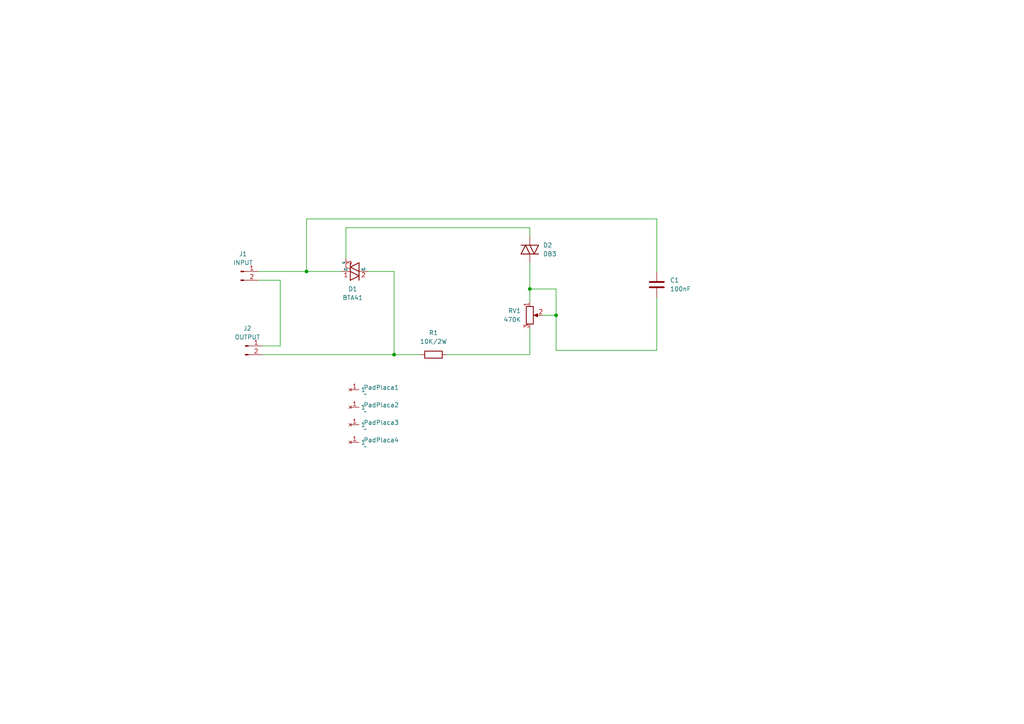
<source format=kicad_sch>
(kicad_sch
	(version 20250114)
	(generator "eeschema")
	(generator_version "9.0")
	(uuid "421c5afb-8827-4e9f-b019-cfdefd16087e")
	(paper "A4")
	(title_block
		(title "Regulador potencia")
		(date "2025-12-17")
		(rev "1.0")
		(company "Kits de electronica")
	)
	(lib_symbols
		(symbol "Connector:Conn_01x02_Pin"
			(pin_names
				(offset 1.016)
				(hide yes)
			)
			(exclude_from_sim no)
			(in_bom yes)
			(on_board yes)
			(property "Reference" "J"
				(at 0 2.54 0)
				(effects
					(font
						(size 1.27 1.27)
					)
				)
			)
			(property "Value" "Conn_01x02_Pin"
				(at 0 -5.08 0)
				(effects
					(font
						(size 1.27 1.27)
					)
				)
			)
			(property "Footprint" ""
				(at 0 0 0)
				(effects
					(font
						(size 1.27 1.27)
					)
					(hide yes)
				)
			)
			(property "Datasheet" "~"
				(at 0 0 0)
				(effects
					(font
						(size 1.27 1.27)
					)
					(hide yes)
				)
			)
			(property "Description" "Generic connector, single row, 01x02, script generated"
				(at 0 0 0)
				(effects
					(font
						(size 1.27 1.27)
					)
					(hide yes)
				)
			)
			(property "ki_locked" ""
				(at 0 0 0)
				(effects
					(font
						(size 1.27 1.27)
					)
				)
			)
			(property "ki_keywords" "connector"
				(at 0 0 0)
				(effects
					(font
						(size 1.27 1.27)
					)
					(hide yes)
				)
			)
			(property "ki_fp_filters" "Connector*:*_1x??_*"
				(at 0 0 0)
				(effects
					(font
						(size 1.27 1.27)
					)
					(hide yes)
				)
			)
			(symbol "Conn_01x02_Pin_1_1"
				(rectangle
					(start 0.8636 0.127)
					(end 0 -0.127)
					(stroke
						(width 0.1524)
						(type default)
					)
					(fill
						(type outline)
					)
				)
				(rectangle
					(start 0.8636 -2.413)
					(end 0 -2.667)
					(stroke
						(width 0.1524)
						(type default)
					)
					(fill
						(type outline)
					)
				)
				(polyline
					(pts
						(xy 1.27 0) (xy 0.8636 0)
					)
					(stroke
						(width 0.1524)
						(type default)
					)
					(fill
						(type none)
					)
				)
				(polyline
					(pts
						(xy 1.27 -2.54) (xy 0.8636 -2.54)
					)
					(stroke
						(width 0.1524)
						(type default)
					)
					(fill
						(type none)
					)
				)
				(pin passive line
					(at 5.08 0 180)
					(length 3.81)
					(name "Pin_1"
						(effects
							(font
								(size 1.27 1.27)
							)
						)
					)
					(number "1"
						(effects
							(font
								(size 1.27 1.27)
							)
						)
					)
				)
				(pin passive line
					(at 5.08 -2.54 180)
					(length 3.81)
					(name "Pin_2"
						(effects
							(font
								(size 1.27 1.27)
							)
						)
					)
					(number "2"
						(effects
							(font
								(size 1.27 1.27)
							)
						)
					)
				)
			)
			(embedded_fonts no)
		)
		(symbol "Device:C"
			(pin_numbers
				(hide yes)
			)
			(pin_names
				(offset 0.254)
			)
			(exclude_from_sim no)
			(in_bom yes)
			(on_board yes)
			(property "Reference" "C"
				(at 0.635 2.54 0)
				(effects
					(font
						(size 1.27 1.27)
					)
					(justify left)
				)
			)
			(property "Value" "C"
				(at 0.635 -2.54 0)
				(effects
					(font
						(size 1.27 1.27)
					)
					(justify left)
				)
			)
			(property "Footprint" ""
				(at 0.9652 -3.81 0)
				(effects
					(font
						(size 1.27 1.27)
					)
					(hide yes)
				)
			)
			(property "Datasheet" "~"
				(at 0 0 0)
				(effects
					(font
						(size 1.27 1.27)
					)
					(hide yes)
				)
			)
			(property "Description" "Unpolarized capacitor"
				(at 0 0 0)
				(effects
					(font
						(size 1.27 1.27)
					)
					(hide yes)
				)
			)
			(property "ki_keywords" "cap capacitor"
				(at 0 0 0)
				(effects
					(font
						(size 1.27 1.27)
					)
					(hide yes)
				)
			)
			(property "ki_fp_filters" "C_*"
				(at 0 0 0)
				(effects
					(font
						(size 1.27 1.27)
					)
					(hide yes)
				)
			)
			(symbol "C_0_1"
				(polyline
					(pts
						(xy -2.032 0.762) (xy 2.032 0.762)
					)
					(stroke
						(width 0.508)
						(type default)
					)
					(fill
						(type none)
					)
				)
				(polyline
					(pts
						(xy -2.032 -0.762) (xy 2.032 -0.762)
					)
					(stroke
						(width 0.508)
						(type default)
					)
					(fill
						(type none)
					)
				)
			)
			(symbol "C_1_1"
				(pin passive line
					(at 0 3.81 270)
					(length 2.794)
					(name "~"
						(effects
							(font
								(size 1.27 1.27)
							)
						)
					)
					(number "1"
						(effects
							(font
								(size 1.27 1.27)
							)
						)
					)
				)
				(pin passive line
					(at 0 -3.81 90)
					(length 2.794)
					(name "~"
						(effects
							(font
								(size 1.27 1.27)
							)
						)
					)
					(number "2"
						(effects
							(font
								(size 1.27 1.27)
							)
						)
					)
				)
			)
			(embedded_fonts no)
		)
		(symbol "Device:R"
			(pin_numbers
				(hide yes)
			)
			(pin_names
				(offset 0)
			)
			(exclude_from_sim no)
			(in_bom yes)
			(on_board yes)
			(property "Reference" "R"
				(at 2.032 0 90)
				(effects
					(font
						(size 1.27 1.27)
					)
				)
			)
			(property "Value" "R"
				(at 0 0 90)
				(effects
					(font
						(size 1.27 1.27)
					)
				)
			)
			(property "Footprint" ""
				(at -1.778 0 90)
				(effects
					(font
						(size 1.27 1.27)
					)
					(hide yes)
				)
			)
			(property "Datasheet" "~"
				(at 0 0 0)
				(effects
					(font
						(size 1.27 1.27)
					)
					(hide yes)
				)
			)
			(property "Description" "Resistor"
				(at 0 0 0)
				(effects
					(font
						(size 1.27 1.27)
					)
					(hide yes)
				)
			)
			(property "ki_keywords" "R res resistor"
				(at 0 0 0)
				(effects
					(font
						(size 1.27 1.27)
					)
					(hide yes)
				)
			)
			(property "ki_fp_filters" "R_*"
				(at 0 0 0)
				(effects
					(font
						(size 1.27 1.27)
					)
					(hide yes)
				)
			)
			(symbol "R_0_1"
				(rectangle
					(start -1.016 -2.54)
					(end 1.016 2.54)
					(stroke
						(width 0.254)
						(type default)
					)
					(fill
						(type none)
					)
				)
			)
			(symbol "R_1_1"
				(pin passive line
					(at 0 3.81 270)
					(length 1.27)
					(name "~"
						(effects
							(font
								(size 1.27 1.27)
							)
						)
					)
					(number "1"
						(effects
							(font
								(size 1.27 1.27)
							)
						)
					)
				)
				(pin passive line
					(at 0 -3.81 90)
					(length 1.27)
					(name "~"
						(effects
							(font
								(size 1.27 1.27)
							)
						)
					)
					(number "2"
						(effects
							(font
								(size 1.27 1.27)
							)
						)
					)
				)
			)
			(embedded_fonts no)
		)
		(symbol "Device:R_Potentiometer"
			(pin_names
				(offset 1.016)
				(hide yes)
			)
			(exclude_from_sim no)
			(in_bom yes)
			(on_board yes)
			(property "Reference" "RV"
				(at -4.445 0 90)
				(effects
					(font
						(size 1.27 1.27)
					)
				)
			)
			(property "Value" "R_Potentiometer"
				(at -2.54 0 90)
				(effects
					(font
						(size 1.27 1.27)
					)
				)
			)
			(property "Footprint" ""
				(at 0 0 0)
				(effects
					(font
						(size 1.27 1.27)
					)
					(hide yes)
				)
			)
			(property "Datasheet" "~"
				(at 0 0 0)
				(effects
					(font
						(size 1.27 1.27)
					)
					(hide yes)
				)
			)
			(property "Description" "Potentiometer"
				(at 0 0 0)
				(effects
					(font
						(size 1.27 1.27)
					)
					(hide yes)
				)
			)
			(property "ki_keywords" "resistor variable"
				(at 0 0 0)
				(effects
					(font
						(size 1.27 1.27)
					)
					(hide yes)
				)
			)
			(property "ki_fp_filters" "Potentiometer*"
				(at 0 0 0)
				(effects
					(font
						(size 1.27 1.27)
					)
					(hide yes)
				)
			)
			(symbol "R_Potentiometer_0_1"
				(rectangle
					(start 1.016 2.54)
					(end -1.016 -2.54)
					(stroke
						(width 0.254)
						(type default)
					)
					(fill
						(type none)
					)
				)
				(polyline
					(pts
						(xy 1.143 0) (xy 2.286 0.508) (xy 2.286 -0.508) (xy 1.143 0)
					)
					(stroke
						(width 0)
						(type default)
					)
					(fill
						(type outline)
					)
				)
				(polyline
					(pts
						(xy 2.54 0) (xy 1.524 0)
					)
					(stroke
						(width 0)
						(type default)
					)
					(fill
						(type none)
					)
				)
			)
			(symbol "R_Potentiometer_1_1"
				(pin passive line
					(at 0 3.81 270)
					(length 1.27)
					(name "1"
						(effects
							(font
								(size 1.27 1.27)
							)
						)
					)
					(number "1"
						(effects
							(font
								(size 1.27 1.27)
							)
						)
					)
				)
				(pin passive line
					(at 0 -3.81 90)
					(length 1.27)
					(name "3"
						(effects
							(font
								(size 1.27 1.27)
							)
						)
					)
					(number "3"
						(effects
							(font
								(size 1.27 1.27)
							)
						)
					)
				)
				(pin passive line
					(at 3.81 0 180)
					(length 1.27)
					(name "2"
						(effects
							(font
								(size 1.27 1.27)
							)
						)
					)
					(number "2"
						(effects
							(font
								(size 1.27 1.27)
							)
						)
					)
				)
			)
			(embedded_fonts no)
		)
		(symbol "Diode:DB3"
			(pin_numbers
				(hide yes)
			)
			(pin_names
				(offset 1.016)
				(hide yes)
			)
			(exclude_from_sim no)
			(in_bom yes)
			(on_board yes)
			(property "Reference" "D"
				(at 0 3.81 0)
				(effects
					(font
						(size 1.27 1.27)
					)
				)
			)
			(property "Value" "DB3"
				(at 0 -3.81 0)
				(effects
					(font
						(size 1.27 1.27)
					)
				)
			)
			(property "Footprint" "Diode_THT:D_DO-35_SOD27_P7.62mm_Horizontal"
				(at 0 -5.715 0)
				(effects
					(font
						(size 1.27 1.27)
					)
					(hide yes)
				)
			)
			(property "Datasheet" "http://cdn-reichelt.de/documents/datenblatt/A100/DB%203%23st.pdf"
				(at 0 0 0)
				(effects
					(font
						(size 1.27 1.27)
					)
					(hide yes)
				)
			)
			(property "Description" "32V 2A Bidirectional trigger diode, DO-35"
				(at 0 0 0)
				(effects
					(font
						(size 1.27 1.27)
					)
					(hide yes)
				)
			)
			(property "ki_keywords" "AC diode DIAC"
				(at 0 0 0)
				(effects
					(font
						(size 1.27 1.27)
					)
					(hide yes)
				)
			)
			(property "ki_fp_filters" "D*DO?35*"
				(at 0 0 0)
				(effects
					(font
						(size 1.27 1.27)
					)
					(hide yes)
				)
			)
			(symbol "DB3_0_1"
				(polyline
					(pts
						(xy -1.27 2.54) (xy -1.27 0) (xy 1.27 1.27) (xy -1.27 2.54)
					)
					(stroke
						(width 0.254)
						(type default)
					)
					(fill
						(type none)
					)
				)
				(polyline
					(pts
						(xy -1.27 0) (xy -1.27 -2.54)
					)
					(stroke
						(width 0.254)
						(type default)
					)
					(fill
						(type none)
					)
				)
				(polyline
					(pts
						(xy 1.27 2.54) (xy 1.27 0)
					)
					(stroke
						(width 0.254)
						(type default)
					)
					(fill
						(type none)
					)
				)
				(polyline
					(pts
						(xy 1.27 0) (xy 1.27 -2.54) (xy -1.27 -1.27) (xy 1.27 0)
					)
					(stroke
						(width 0.254)
						(type default)
					)
					(fill
						(type none)
					)
				)
			)
			(symbol "DB3_1_1"
				(pin passive line
					(at -3.81 0 0)
					(length 2.54)
					(name "K"
						(effects
							(font
								(size 1.27 1.27)
							)
						)
					)
					(number "1"
						(effects
							(font
								(size 1.27 1.27)
							)
						)
					)
				)
				(pin passive line
					(at 3.81 0 180)
					(length 2.54)
					(name "A"
						(effects
							(font
								(size 1.27 1.27)
							)
						)
					)
					(number "2"
						(effects
							(font
								(size 1.27 1.27)
							)
						)
					)
				)
			)
			(embedded_fonts no)
		)
		(symbol "missimbolos:JST41Z-800"
			(pin_names
				(offset 0)
			)
			(exclude_from_sim no)
			(in_bom yes)
			(on_board yes)
			(property "Reference" "D"
				(at 3.175 0.635 0)
				(effects
					(font
						(size 1.27 1.27)
					)
					(justify left)
				)
			)
			(property "Value" "JST41Z-800"
				(at 3.175 -1.27 0)
				(effects
					(font
						(size 1.27 1.27)
					)
					(justify left)
				)
			)
			(property "Footprint" ""
				(at 1.905 0.635 90)
				(effects
					(font
						(size 1.27 1.27)
					)
					(hide yes)
				)
			)
			(property "Datasheet" "~"
				(at 0 0 90)
				(effects
					(font
						(size 1.27 1.27)
					)
					(hide yes)
				)
			)
			(property "Description" "Triode for alternating current, anode1/anode2/gate"
				(at 0 0 0)
				(effects
					(font
						(size 1.27 1.27)
					)
					(hide yes)
				)
			)
			(property "ki_keywords" "TRIAC"
				(at 0 0 0)
				(effects
					(font
						(size 1.27 1.27)
					)
					(hide yes)
				)
			)
			(symbol "JST41Z-800_0_1"
				(polyline
					(pts
						(xy -2.54 1.27) (xy 2.54 1.27)
					)
					(stroke
						(width 0.254)
						(type default)
					)
					(fill
						(type none)
					)
				)
				(polyline
					(pts
						(xy -2.54 1.27) (xy -1.27 -1.27) (xy 0 1.27)
					)
					(stroke
						(width 0.254)
						(type default)
					)
					(fill
						(type none)
					)
				)
				(polyline
					(pts
						(xy -2.54 -1.27) (xy 2.54 -1.27)
					)
					(stroke
						(width 0.254)
						(type default)
					)
					(fill
						(type none)
					)
				)
				(polyline
					(pts
						(xy -1.27 -2.54) (xy -0.635 -1.27)
					)
					(stroke
						(width 0)
						(type default)
					)
					(fill
						(type none)
					)
				)
				(polyline
					(pts
						(xy 0 -1.27) (xy 1.27 1.27) (xy 2.54 -1.27)
					)
					(stroke
						(width 0.254)
						(type default)
					)
					(fill
						(type none)
					)
				)
			)
			(symbol "JST41Z-800_1_1"
				(pin input line
					(at -3.81 -2.54 0)
					(length 2.54)
					(name "G"
						(effects
							(font
								(size 0.635 0.635)
							)
						)
					)
					(number "3"
						(effects
							(font
								(size 1.27 1.27)
							)
						)
					)
				)
				(pin passive line
					(at 0 3.81 270)
					(length 2.54)
					(name "A2"
						(effects
							(font
								(size 0.635 0.635)
							)
						)
					)
					(number "2"
						(effects
							(font
								(size 1.27 1.27)
							)
						)
					)
				)
				(pin passive line
					(at 0 -3.81 90)
					(length 2.54)
					(name "A1"
						(effects
							(font
								(size 0.635 0.635)
							)
						)
					)
					(number "1"
						(effects
							(font
								(size 1.27 1.27)
							)
						)
					)
				)
			)
			(embedded_fonts no)
		)
		(symbol "missimbolos:Pad"
			(exclude_from_sim no)
			(in_bom yes)
			(on_board yes)
			(property "Reference" "PadPlaca"
				(at 0 0 0)
				(effects
					(font
						(size 1.27 1.27)
					)
				)
			)
			(property "Value" ""
				(at 0 0 0)
				(effects
					(font
						(size 1.27 1.27)
					)
				)
			)
			(property "Footprint" ""
				(at 0 0 0)
				(effects
					(font
						(size 1.27 1.27)
					)
					(hide yes)
				)
			)
			(property "Datasheet" ""
				(at 0 0 0)
				(effects
					(font
						(size 1.27 1.27)
					)
					(hide yes)
				)
			)
			(property "Description" ""
				(at 0 0 0)
				(effects
					(font
						(size 1.27 1.27)
					)
					(hide yes)
				)
			)
			(symbol "Pad_1_1"
				(pin no_connect line
					(at 0 -1.27 0)
					(length 2.54)
					(name "1"
						(effects
							(font
								(size 1.27 1.27)
							)
						)
					)
					(number "1"
						(effects
							(font
								(size 1.27 1.27)
							)
						)
					)
				)
			)
			(embedded_fonts no)
		)
	)
	(junction
		(at 153.67 83.82)
		(diameter 0)
		(color 0 0 0 0)
		(uuid "1f924da1-9b94-4a17-8297-281823b838ca")
	)
	(junction
		(at 114.3 102.87)
		(diameter 0)
		(color 0 0 0 0)
		(uuid "254d7290-d521-4bfe-a234-af87b84ec8c4")
	)
	(junction
		(at 161.29 91.44)
		(diameter 0)
		(color 0 0 0 0)
		(uuid "ea4c9fd8-0768-4320-9717-4dfa07b6f888")
	)
	(junction
		(at 88.9 78.74)
		(diameter 0)
		(color 0 0 0 0)
		(uuid "fce83670-de04-4f2c-b899-9a2a8366d1db")
	)
	(wire
		(pts
			(xy 76.2 100.33) (xy 81.28 100.33)
		)
		(stroke
			(width 0)
			(type default)
		)
		(uuid "0d6b5f99-b0dd-4cad-95b0-e97e6a577e58")
	)
	(wire
		(pts
			(xy 129.54 102.87) (xy 153.67 102.87)
		)
		(stroke
			(width 0)
			(type default)
		)
		(uuid "1a32afc6-459e-4290-87f1-cdb612cf972b")
	)
	(wire
		(pts
			(xy 190.5 78.74) (xy 190.5 63.5)
		)
		(stroke
			(width 0)
			(type default)
		)
		(uuid "1b9629b0-c29f-42b4-8cf8-e2a9de772810")
	)
	(wire
		(pts
			(xy 81.28 100.33) (xy 81.28 81.28)
		)
		(stroke
			(width 0)
			(type default)
		)
		(uuid "1d2680f3-2bc6-4094-ab6c-bf452907388f")
	)
	(wire
		(pts
			(xy 153.67 102.87) (xy 153.67 95.25)
		)
		(stroke
			(width 0)
			(type default)
		)
		(uuid "22f61fda-522c-4b39-81be-2116770fee54")
	)
	(wire
		(pts
			(xy 100.33 66.04) (xy 153.67 66.04)
		)
		(stroke
			(width 0)
			(type default)
		)
		(uuid "2bbc213a-2bc6-482d-9862-20fc4c46836d")
	)
	(wire
		(pts
			(xy 114.3 78.74) (xy 114.3 102.87)
		)
		(stroke
			(width 0)
			(type default)
		)
		(uuid "2d9ef55d-04a1-40fe-a43f-4fd4d98bc9e0")
	)
	(wire
		(pts
			(xy 153.67 76.2) (xy 153.67 83.82)
		)
		(stroke
			(width 0)
			(type default)
		)
		(uuid "46476582-f2af-4070-b4cf-aa1941680303")
	)
	(wire
		(pts
			(xy 153.67 83.82) (xy 161.29 83.82)
		)
		(stroke
			(width 0)
			(type default)
		)
		(uuid "54e350de-7351-4fe0-9bcc-f23041ad432d")
	)
	(wire
		(pts
			(xy 106.68 78.74) (xy 114.3 78.74)
		)
		(stroke
			(width 0)
			(type default)
		)
		(uuid "55336298-90e8-4832-ae92-38e393816047")
	)
	(wire
		(pts
			(xy 161.29 101.6) (xy 190.5 101.6)
		)
		(stroke
			(width 0)
			(type default)
		)
		(uuid "586f2bdf-11b4-44ff-89f0-e2d0fe49e324")
	)
	(wire
		(pts
			(xy 76.2 102.87) (xy 114.3 102.87)
		)
		(stroke
			(width 0)
			(type default)
		)
		(uuid "5de99fa3-aa51-4942-9b4f-dfbaea52321f")
	)
	(wire
		(pts
			(xy 190.5 101.6) (xy 190.5 86.36)
		)
		(stroke
			(width 0)
			(type default)
		)
		(uuid "68eec0af-d5fb-44a7-b395-0f7d0b635ecb")
	)
	(wire
		(pts
			(xy 161.29 91.44) (xy 157.48 91.44)
		)
		(stroke
			(width 0)
			(type default)
		)
		(uuid "71b635bf-6345-4a2b-8abc-3b945d5f22b4")
	)
	(wire
		(pts
			(xy 100.33 74.93) (xy 100.33 66.04)
		)
		(stroke
			(width 0)
			(type default)
		)
		(uuid "76d55e7f-5e78-448b-b918-00be21779bd2")
	)
	(wire
		(pts
			(xy 161.29 83.82) (xy 161.29 91.44)
		)
		(stroke
			(width 0)
			(type default)
		)
		(uuid "77573ee2-b408-4367-937b-c834624bc7f9")
	)
	(wire
		(pts
			(xy 153.67 66.04) (xy 153.67 68.58)
		)
		(stroke
			(width 0)
			(type default)
		)
		(uuid "8310092c-f895-4c2c-8683-888f5601bcd6")
	)
	(wire
		(pts
			(xy 153.67 83.82) (xy 153.67 87.63)
		)
		(stroke
			(width 0)
			(type default)
		)
		(uuid "880d35f7-519a-4b9c-aa04-90430658a261")
	)
	(wire
		(pts
			(xy 190.5 63.5) (xy 88.9 63.5)
		)
		(stroke
			(width 0)
			(type default)
		)
		(uuid "91793ec2-de8f-4567-bd53-506dd789e7b2")
	)
	(wire
		(pts
			(xy 74.93 78.74) (xy 88.9 78.74)
		)
		(stroke
			(width 0)
			(type default)
		)
		(uuid "a1a4e801-9cad-40e5-b75f-79957d8b131e")
	)
	(wire
		(pts
			(xy 81.28 81.28) (xy 74.93 81.28)
		)
		(stroke
			(width 0)
			(type default)
		)
		(uuid "a6e51838-c9a0-4094-8f46-fbb6cd63c24a")
	)
	(wire
		(pts
			(xy 161.29 91.44) (xy 161.29 101.6)
		)
		(stroke
			(width 0)
			(type default)
		)
		(uuid "c5098dd4-0c24-4d3a-a4f3-0db41eb002b9")
	)
	(wire
		(pts
			(xy 88.9 78.74) (xy 99.06 78.74)
		)
		(stroke
			(width 0)
			(type default)
		)
		(uuid "c93db423-8249-440e-b982-0d15a73c4422")
	)
	(wire
		(pts
			(xy 88.9 63.5) (xy 88.9 78.74)
		)
		(stroke
			(width 0)
			(type default)
		)
		(uuid "e16f916b-a2a6-49c0-aaba-6859b3227d3c")
	)
	(wire
		(pts
			(xy 114.3 102.87) (xy 121.92 102.87)
		)
		(stroke
			(width 0)
			(type default)
		)
		(uuid "ee5b184e-afc3-4eae-99c0-77983a5c646d")
	)
	(symbol
		(lib_id "Device:R_Potentiometer")
		(at 153.67 91.44 0)
		(unit 1)
		(exclude_from_sim no)
		(in_bom yes)
		(on_board yes)
		(dnp no)
		(fields_autoplaced yes)
		(uuid "018e0caa-510e-408a-9868-fb76a36be179")
		(property "Reference" "RV1"
			(at 151.13 90.1699 0)
			(effects
				(font
					(size 1.27 1.27)
				)
				(justify right)
			)
		)
		(property "Value" "470K"
			(at 151.13 92.7099 0)
			(effects
				(font
					(size 1.27 1.27)
				)
				(justify right)
			)
		)
		(property "Footprint" "Conectores_screw:PhoenixContact_MKDS_1,5_3-19325191-1x03_P3.50mm"
			(at 153.67 91.44 0)
			(effects
				(font
					(size 1.27 1.27)
				)
				(hide yes)
			)
		)
		(property "Datasheet" "~"
			(at 153.67 91.44 0)
			(effects
				(font
					(size 1.27 1.27)
				)
				(hide yes)
			)
		)
		(property "Description" "Potentiometer"
			(at 153.67 91.44 0)
			(effects
				(font
					(size 1.27 1.27)
				)
				(hide yes)
			)
		)
		(pin "3"
			(uuid "72d8c09c-2193-4a6f-bf20-3308f6235530")
		)
		(pin "1"
			(uuid "9de65422-2c0f-4183-a92c-0d0a8687b471")
		)
		(pin "2"
			(uuid "89dfd56d-561d-4db4-b625-987573f9d7bf")
		)
		(instances
			(project ""
				(path "/421c5afb-8827-4e9f-b019-cfdefd16087e"
					(reference "RV1")
					(unit 1)
				)
			)
		)
	)
	(symbol
		(lib_id "Device:R")
		(at 125.73 102.87 90)
		(unit 1)
		(exclude_from_sim no)
		(in_bom yes)
		(on_board yes)
		(dnp no)
		(fields_autoplaced yes)
		(uuid "2eabc6de-2599-4a2c-adb9-112c48ff8624")
		(property "Reference" "R1"
			(at 125.73 96.52 90)
			(effects
				(font
					(size 1.27 1.27)
				)
			)
		)
		(property "Value" "10K/2W"
			(at 125.73 99.06 90)
			(effects
				(font
					(size 1.27 1.27)
				)
			)
		)
		(property "Footprint" "Resistor_THT:R_Axial_DIN0207_L6.3mm_D2.5mm_P15.24mm_Horizontal"
			(at 125.73 104.648 90)
			(effects
				(font
					(size 1.27 1.27)
				)
				(hide yes)
			)
		)
		(property "Datasheet" "~"
			(at 125.73 102.87 0)
			(effects
				(font
					(size 1.27 1.27)
				)
				(hide yes)
			)
		)
		(property "Description" "Resistor"
			(at 125.73 102.87 0)
			(effects
				(font
					(size 1.27 1.27)
				)
				(hide yes)
			)
		)
		(pin "1"
			(uuid "6c4d97c5-d55f-47b1-a4a9-38878c4b9c0a")
		)
		(pin "2"
			(uuid "4187dbb4-cf7e-4197-9551-47036926b69d")
		)
		(instances
			(project ""
				(path "/421c5afb-8827-4e9f-b019-cfdefd16087e"
					(reference "R1")
					(unit 1)
				)
			)
		)
	)
	(symbol
		(lib_id "missimbolos:Pad")
		(at 101.6 121.92 0)
		(unit 1)
		(exclude_from_sim no)
		(in_bom yes)
		(on_board yes)
		(dnp no)
		(fields_autoplaced yes)
		(uuid "6c636b0e-a961-46d9-98b2-e65b5c7c7999")
		(property "Reference" "PadPlaca3"
			(at 105.41 122.5549 0)
			(effects
				(font
					(size 1.27 1.27)
				)
				(justify left)
			)
		)
		(property "Value" "~"
			(at 105.41 124.46 0)
			(effects
				(font
					(size 1.27 1.27)
				)
				(justify left)
			)
		)
		(property "Footprint" "missimbolos:pad"
			(at 101.6 121.92 0)
			(effects
				(font
					(size 1.27 1.27)
				)
				(hide yes)
			)
		)
		(property "Datasheet" ""
			(at 101.6 121.92 0)
			(effects
				(font
					(size 1.27 1.27)
				)
				(hide yes)
			)
		)
		(property "Description" ""
			(at 101.6 121.92 0)
			(effects
				(font
					(size 1.27 1.27)
				)
				(hide yes)
			)
		)
		(pin "1"
			(uuid "10f55b80-3637-4398-8bc7-76011bd4cb15")
		)
		(instances
			(project ""
				(path "/421c5afb-8827-4e9f-b019-cfdefd16087e"
					(reference "PadPlaca3")
					(unit 1)
				)
			)
		)
	)
	(symbol
		(lib_id "Diode:DB3")
		(at 153.67 72.39 90)
		(unit 1)
		(exclude_from_sim no)
		(in_bom yes)
		(on_board yes)
		(dnp no)
		(fields_autoplaced yes)
		(uuid "81c13948-2f4c-418a-bfc0-21b7f86fc1fd")
		(property "Reference" "D2"
			(at 157.48 71.1199 90)
			(effects
				(font
					(size 1.27 1.27)
				)
				(justify right)
			)
		)
		(property "Value" "DB3"
			(at 157.48 73.6599 90)
			(effects
				(font
					(size 1.27 1.27)
				)
				(justify right)
			)
		)
		(property "Footprint" "Diode_THT:D_DO-35_SOD27_P7.62mm_Horizontal"
			(at 159.385 72.39 0)
			(effects
				(font
					(size 1.27 1.27)
				)
				(hide yes)
			)
		)
		(property "Datasheet" "http://cdn-reichelt.de/documents/datenblatt/A100/DB%203%23st.pdf"
			(at 153.67 72.39 0)
			(effects
				(font
					(size 1.27 1.27)
				)
				(hide yes)
			)
		)
		(property "Description" "32V 2A Bidirectional trigger diode, DO-35"
			(at 153.67 72.39 0)
			(effects
				(font
					(size 1.27 1.27)
				)
				(hide yes)
			)
		)
		(pin "1"
			(uuid "34a4b695-0511-46ac-abda-67be9c76138f")
		)
		(pin "2"
			(uuid "ab926c81-a26f-4f79-ad44-d3f172293d8e")
		)
		(instances
			(project ""
				(path "/421c5afb-8827-4e9f-b019-cfdefd16087e"
					(reference "D2")
					(unit 1)
				)
			)
		)
	)
	(symbol
		(lib_id "Device:C")
		(at 190.5 82.55 0)
		(unit 1)
		(exclude_from_sim no)
		(in_bom yes)
		(on_board yes)
		(dnp no)
		(fields_autoplaced yes)
		(uuid "841a7520-981d-4379-a340-2494be8c8e1e")
		(property "Reference" "C1"
			(at 194.31 81.2799 0)
			(effects
				(font
					(size 1.27 1.27)
				)
				(justify left)
			)
		)
		(property "Value" "100nF"
			(at 194.31 83.8199 0)
			(effects
				(font
					(size 1.27 1.27)
				)
				(justify left)
			)
		)
		(property "Footprint" "Capacitor_THT:C_Disc_D10.0mm_W2.5mm_P5.00mm"
			(at 191.4652 86.36 0)
			(effects
				(font
					(size 1.27 1.27)
				)
				(hide yes)
			)
		)
		(property "Datasheet" "~"
			(at 190.5 82.55 0)
			(effects
				(font
					(size 1.27 1.27)
				)
				(hide yes)
			)
		)
		(property "Description" "Unpolarized capacitor"
			(at 190.5 82.55 0)
			(effects
				(font
					(size 1.27 1.27)
				)
				(hide yes)
			)
		)
		(pin "2"
			(uuid "237a69b8-308a-464f-9927-410f10b4a9e9")
		)
		(pin "1"
			(uuid "16c9be4d-f008-43b7-a436-c6890e1ebb41")
		)
		(instances
			(project ""
				(path "/421c5afb-8827-4e9f-b019-cfdefd16087e"
					(reference "C1")
					(unit 1)
				)
			)
		)
	)
	(symbol
		(lib_id "missimbolos:Pad")
		(at 101.6 116.84 0)
		(unit 1)
		(exclude_from_sim no)
		(in_bom yes)
		(on_board yes)
		(dnp no)
		(fields_autoplaced yes)
		(uuid "a0dcab11-859a-409b-9f15-dbd28187d8b6")
		(property "Reference" "PadPlaca2"
			(at 105.41 117.4749 0)
			(effects
				(font
					(size 1.27 1.27)
				)
				(justify left)
			)
		)
		(property "Value" "~"
			(at 105.41 119.38 0)
			(effects
				(font
					(size 1.27 1.27)
				)
				(justify left)
			)
		)
		(property "Footprint" "missimbolos:pad"
			(at 101.6 116.84 0)
			(effects
				(font
					(size 1.27 1.27)
				)
				(hide yes)
			)
		)
		(property "Datasheet" ""
			(at 101.6 116.84 0)
			(effects
				(font
					(size 1.27 1.27)
				)
				(hide yes)
			)
		)
		(property "Description" ""
			(at 101.6 116.84 0)
			(effects
				(font
					(size 1.27 1.27)
				)
				(hide yes)
			)
		)
		(pin "1"
			(uuid "1e2ae95d-15fa-45d6-8dd0-f3d295406bc7")
		)
		(instances
			(project ""
				(path "/421c5afb-8827-4e9f-b019-cfdefd16087e"
					(reference "PadPlaca2")
					(unit 1)
				)
			)
		)
	)
	(symbol
		(lib_id "Connector:Conn_01x02_Pin")
		(at 71.12 100.33 0)
		(unit 1)
		(exclude_from_sim no)
		(in_bom yes)
		(on_board yes)
		(dnp no)
		(fields_autoplaced yes)
		(uuid "b10d5aee-2ac3-4854-a99c-1b3f7c92342d")
		(property "Reference" "J2"
			(at 71.755 95.25 0)
			(effects
				(font
					(size 1.27 1.27)
				)
			)
		)
		(property "Value" "OUTPUT"
			(at 71.755 97.79 0)
			(effects
				(font
					(size 1.27 1.27)
				)
			)
		)
		(property "Footprint" "Conectores_screw:PhoenixContact_MKDS_1,5_2-1727010-1x02_P3.50mm"
			(at 71.12 100.33 0)
			(effects
				(font
					(size 1.27 1.27)
				)
				(hide yes)
			)
		)
		(property "Datasheet" "~"
			(at 71.12 100.33 0)
			(effects
				(font
					(size 1.27 1.27)
				)
				(hide yes)
			)
		)
		(property "Description" "Generic connector, single row, 01x02, script generated"
			(at 71.12 100.33 0)
			(effects
				(font
					(size 1.27 1.27)
				)
				(hide yes)
			)
		)
		(pin "1"
			(uuid "85e55372-5782-4169-bf1f-c888a711fefb")
		)
		(pin "2"
			(uuid "23ce7c34-a04c-49ad-a2e1-a83522d4b80c")
		)
		(instances
			(project ""
				(path "/421c5afb-8827-4e9f-b019-cfdefd16087e"
					(reference "J2")
					(unit 1)
				)
			)
		)
	)
	(symbol
		(lib_id "missimbolos:Pad")
		(at 101.6 111.76 0)
		(unit 1)
		(exclude_from_sim no)
		(in_bom yes)
		(on_board yes)
		(dnp no)
		(fields_autoplaced yes)
		(uuid "b36a29b5-4709-4e6b-8a55-8714d8e83341")
		(property "Reference" "PadPlaca1"
			(at 105.41 112.3949 0)
			(effects
				(font
					(size 1.27 1.27)
				)
				(justify left)
			)
		)
		(property "Value" "~"
			(at 105.41 114.3 0)
			(effects
				(font
					(size 1.27 1.27)
				)
				(justify left)
			)
		)
		(property "Footprint" "missimbolos:pad"
			(at 101.6 111.76 0)
			(effects
				(font
					(size 1.27 1.27)
				)
				(hide yes)
			)
		)
		(property "Datasheet" ""
			(at 101.6 111.76 0)
			(effects
				(font
					(size 1.27 1.27)
				)
				(hide yes)
			)
		)
		(property "Description" ""
			(at 101.6 111.76 0)
			(effects
				(font
					(size 1.27 1.27)
				)
				(hide yes)
			)
		)
		(pin "1"
			(uuid "ec65a4b9-4600-48c2-aa25-d238556ef2fb")
		)
		(instances
			(project ""
				(path "/421c5afb-8827-4e9f-b019-cfdefd16087e"
					(reference "PadPlaca1")
					(unit 1)
				)
			)
		)
	)
	(symbol
		(lib_id "missimbolos:Pad")
		(at 101.6 127 0)
		(unit 1)
		(exclude_from_sim no)
		(in_bom yes)
		(on_board yes)
		(dnp no)
		(fields_autoplaced yes)
		(uuid "c44492d5-b436-4d61-a876-5b3cea9b3f41")
		(property "Reference" "PadPlaca4"
			(at 105.41 127.6349 0)
			(effects
				(font
					(size 1.27 1.27)
				)
				(justify left)
			)
		)
		(property "Value" "~"
			(at 105.41 129.54 0)
			(effects
				(font
					(size 1.27 1.27)
				)
				(justify left)
			)
		)
		(property "Footprint" "missimbolos:pad"
			(at 101.6 127 0)
			(effects
				(font
					(size 1.27 1.27)
				)
				(hide yes)
			)
		)
		(property "Datasheet" ""
			(at 101.6 127 0)
			(effects
				(font
					(size 1.27 1.27)
				)
				(hide yes)
			)
		)
		(property "Description" ""
			(at 101.6 127 0)
			(effects
				(font
					(size 1.27 1.27)
				)
				(hide yes)
			)
		)
		(pin "1"
			(uuid "c92ea5cf-557d-4f7d-ad97-b6117a787591")
		)
		(instances
			(project ""
				(path "/421c5afb-8827-4e9f-b019-cfdefd16087e"
					(reference "PadPlaca4")
					(unit 1)
				)
			)
		)
	)
	(symbol
		(lib_id "Connector:Conn_01x02_Pin")
		(at 69.85 78.74 0)
		(unit 1)
		(exclude_from_sim no)
		(in_bom yes)
		(on_board yes)
		(dnp no)
		(fields_autoplaced yes)
		(uuid "e5ef5f1f-cd8f-4061-8e97-330c98d6065c")
		(property "Reference" "J1"
			(at 70.485 73.66 0)
			(effects
				(font
					(size 1.27 1.27)
				)
			)
		)
		(property "Value" "INPUT"
			(at 70.485 76.2 0)
			(effects
				(font
					(size 1.27 1.27)
				)
			)
		)
		(property "Footprint" "Conectores_screw:PhoenixContact_MKDS_1,5_2-1727010-1x02_P3.50mm"
			(at 69.85 78.74 0)
			(effects
				(font
					(size 1.27 1.27)
				)
				(hide yes)
			)
		)
		(property "Datasheet" "~"
			(at 69.85 78.74 0)
			(effects
				(font
					(size 1.27 1.27)
				)
				(hide yes)
			)
		)
		(property "Description" "Generic connector, single row, 01x02, script generated"
			(at 69.85 78.74 0)
			(effects
				(font
					(size 1.27 1.27)
				)
				(hide yes)
			)
		)
		(pin "2"
			(uuid "01f46c0d-6bae-4381-9971-bf80e44c89dd")
		)
		(pin "1"
			(uuid "2ea63ff8-c18f-4d6c-b284-f5f208121093")
		)
		(instances
			(project ""
				(path "/421c5afb-8827-4e9f-b019-cfdefd16087e"
					(reference "J1")
					(unit 1)
				)
			)
		)
	)
	(symbol
		(lib_id "missimbolos:JST41Z-800")
		(at 102.87 78.74 270)
		(unit 1)
		(exclude_from_sim no)
		(in_bom yes)
		(on_board yes)
		(dnp no)
		(fields_autoplaced yes)
		(uuid "e7d197de-2b67-457c-9043-399cbd652016")
		(property "Reference" "D1"
			(at 102.2985 83.82 90)
			(effects
				(font
					(size 1.27 1.27)
				)
			)
		)
		(property "Value" "BTA41"
			(at 102.2985 86.36 90)
			(effects
				(font
					(size 1.27 1.27)
				)
			)
		)
		(property "Footprint" "Package_TO_SOT_THT:TO-3PB-3_Vertical"
			(at 103.505 80.645 90)
			(effects
				(font
					(size 1.27 1.27)
				)
				(hide yes)
			)
		)
		(property "Datasheet" "~"
			(at 102.87 78.74 90)
			(effects
				(font
					(size 1.27 1.27)
				)
				(hide yes)
			)
		)
		(property "Description" "Triode for alternating current, anode1/anode2/gate"
			(at 102.87 78.74 0)
			(effects
				(font
					(size 1.27 1.27)
				)
				(hide yes)
			)
		)
		(pin "3"
			(uuid "bedbcdea-be9e-462e-8215-a63ec18f0277")
		)
		(pin "1"
			(uuid "55aa76dc-43b9-4f14-83dd-9a3f53fcf181")
		)
		(pin "2"
			(uuid "39cf6c44-7e1e-4526-9bf0-7f61d00ce1ee")
		)
		(instances
			(project ""
				(path "/421c5afb-8827-4e9f-b019-cfdefd16087e"
					(reference "D1")
					(unit 1)
				)
			)
		)
	)
	(sheet_instances
		(path "/"
			(page "1")
		)
	)
	(embedded_fonts no)
	(embedded_files
		(file
			(name "kitsdeelectronica.kicad_wks")
			(type worksheet)
			(data |KLUv/WDxCT0VAGZeYCEAtxsWHGS5ZWWMnPes1goiN6pBfvH773PUcxNVVbcAEAFWAFAAWgCfZxH/
				Y4/E//HcPGmP15M7kfMdDw0YtWZ/HrwkH29owCzafrrll/wLAEBAQIrey2kxKk51QeeEZNUZf5d9
				dI9hQSm96qw94ltmHxUAAUEZInHA7ruhQp7nTXoVAD/iDm2sdonJilb9JX/vsXlhtSdmKuVvvN85
				6Tn7mPH3Yc+eVejDodce/v32zzc4inDuuuofXRTxV7s2ODri6klpf+6+rKp2sRs/TnaXFMZesouf
				7gaG2GtErVi0TdNYzMgxi0XVEmohmjEdWsWC4Rx2Yts+euM0CWZhPSllWIlWLFKWyx4cm9k2DUXo
				RhZxWEjO2ZT9R//a1LlfikBYbZqZKtYzAYGhJirGuOqFqIyLJuq8KFexFNPYkSJ2zLqpZBeKxYEi
				KCJcduGsjWyLxWUhKFnFTjTI6H6+/N2w+9sKa1I74TQOh6K/XKWVgrff/bMNDqkBqFX9nZhxp3OA
				gKDxPIYUIppRkCRJOnBEpOaqG9xMa3zQ7/wear1EypeoB9SViSHV7Y4w63hXsRCBgTHj6XuTFfOg
				AWPrDsx2as9EZN4DXQKxgS5Q0jqfDmTZBaQlYKJzoH572hQwneimhwcmwX+clI9lsMfQhJzEivYB
				EB/BoY93Z/vuuSXljSKwAvp0lWfDlIXBYHidJMvpIJh3KfMwWXlOOtJGlwCQyrHnUg7Q9Ml9UMOA
				hj71oKooTU8uG8t9ZDUmHbX1hwMhukOKF40KXjnEAXn7KOdhL0AmEda16PbXfplvUcOhXRAQMirJ
				UwOavnhBDwfzoZvcMQ0Y20KC+auggQMHVDRE7mjRnbQW0jIxI4uezBljjbpNeprenPVv+FxEbWSk
				Af4Y9Co=|
			)
			(checksum "D0DA57C6B2CA05394C95AF7F0705E754")
		)
	)
)

</source>
